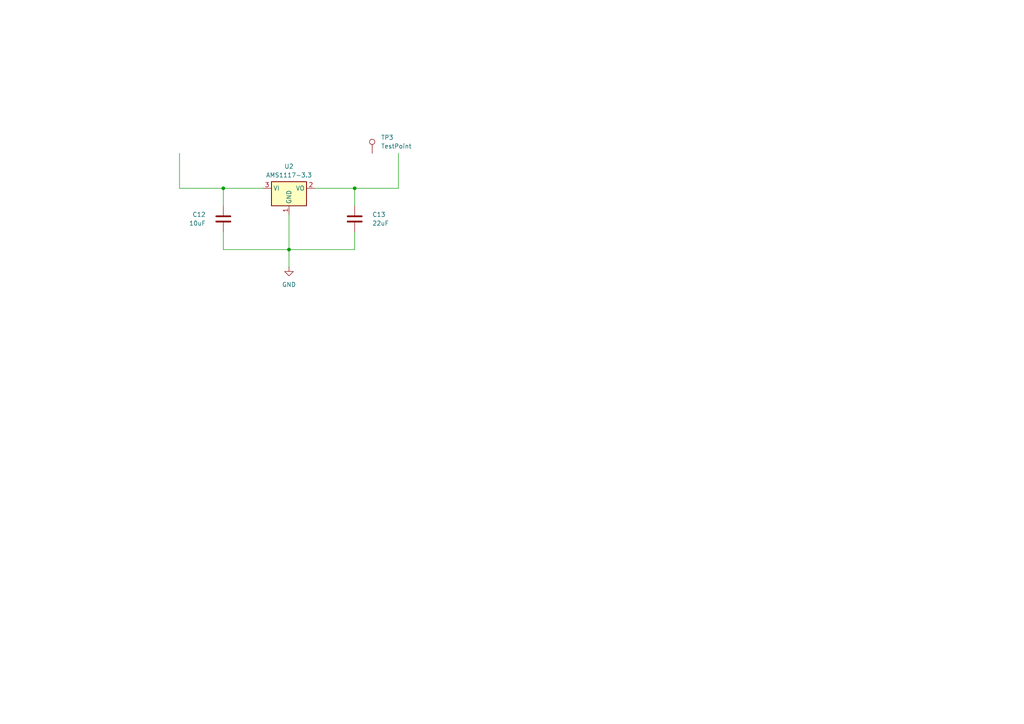
<source format=kicad_sch>
(kicad_sch (version 20250114) (generator "eeschema") (generator_version "9.0")
  (paper "A4")
  (lib_symbols
    (symbol "Connector:TestPoint" (pin_numbers (hide yes)) (pin_names (offset 0.762) (hide yes))
      (property "Reference" "TP" (at 0 6.858 0))
      (property "Value" "TestPoint" (at 0 5.08 0))
      (symbol "TestPoint_0_1"
        (circle (center 0 3.302) (radius 0.762))
      )
      (symbol "TestPoint_1_1"
        (pin passive line (at 0 0 90) (length 2.54) (name "1") (number "1"))
      )
    )
    (symbol "Device:C" (pin_numbers (hide yes)) (pin_names (offset 0.254))
      (property "Reference" "C" (at 0.635 2.54 0))
      (property "Value" "C" (at 0.635 -2.54 0))
      (symbol "C_0_1"
        (polyline (pts (xy -2.032 0.762) (xy 2.032 0.762)) (stroke (width 0.508)))
        (polyline (pts (xy -2.032 -0.762) (xy 2.032 -0.762)) (stroke (width 0.508)))
      )
      (symbol "C_1_1"
        (pin passive line (at 0 3.81 270) (length 2.794) (name "~") (number "1"))
        (pin passive line (at 0 -3.81 90) (length 2.794) (name "~") (number "2"))
      )
    )
    (symbol "Regulator_Linear:AMS1117-3.3"
      (property "Reference" "U" (at -3.81 3.175 0))
      (property "Value" "AMS1117-3.3" (at 0 3.175 0))
      (symbol "AMS1117-3.3_0_1"
        (rectangle (start -5.08 -5.08) (end 5.08 1.905) (stroke (width 0.254)) (fill (type background)))
      )
      (symbol "AMS1117-3.3_1_1"
        (pin power_in line (at -7.62 0 0) (length 2.54) (name "VI") (number "3"))
        (pin power_in line (at 0 -7.62 90) (length 2.54) (name "GND") (number "1"))
        (pin power_out line (at 7.62 0 180) (length 2.54) (name "VO") (number "2"))
      )
    )
    (symbol "power:GND" (power) (pin_numbers (hide yes)) (pin_names (offset 0) (hide yes))
      (property "Value" "GND" (at 0 -3.81 0))
      (symbol "GND_0_1"
        (polyline (pts (xy 0 0) (xy 0 -1.27) (xy 1.27 -1.27) (xy 0 -2.54) (xy -1.27 -1.27) (xy 0 -1.27)))
      )
      (symbol "GND_1_1"
        (pin power_in line (at 0 0 270) (length 0) (name "~") (number "1"))
      )
    )
  )
  (junction (at 83.82 72.39))
  (junction (at 102.87 54.61))
  (junction (at 64.77 54.61))
  (wire (pts (xy 83.82 72.39) (xy 83.82 77.47)))
  (wire (pts (xy 102.87 54.61) (xy 102.87 59.69)))
  (wire (pts (xy 115.57 44.45) (xy 115.57 54.61)))
  (wire (pts (xy 76.2 54.61) (xy 64.77 54.61)))
  (wire (pts (xy 91.44 54.61) (xy 102.87 54.61)))
  (wire (pts (xy 64.77 54.61) (xy 52.07 54.61)))
  (wire (pts (xy 52.07 44.45) (xy 52.07 54.61)))
  (wire (pts (xy 83.82 62.23) (xy 83.82 72.39)))
  (wire (pts (xy 64.77 67.31) (xy 64.77 72.39)))
  (wire (pts (xy 102.87 67.31) (xy 102.87 72.39)))
  (wire (pts (xy 64.77 54.61) (xy 64.77 59.69)))
  (wire (pts (xy 102.87 72.39) (xy 83.82 72.39)))
  (wire (pts (xy 64.77 72.39) (xy 83.82 72.39)))
  (wire (pts (xy 102.87 54.61) (xy 115.57 54.61)))
  (symbol (lib_id "Device:C") (at 64.77 63.5 0) (mirror y) (unit 1)
    (property "Reference" "C12" (at 59.69 62.2299 0) (effects (justify left)))
    (property "Value" "10uF" (at 59.69 64.7699 0) (effects (justify left)))
    (property "Description" "Unpolarized capacitor" (effects (hide yes)))
  )
  (symbol (lib_id "power:GND") (at 83.82 77.47 0) (unit 1)
    (property "Reference" "#PWR011" (effects (hide yes)))
    (property "Value" "GND" (at 83.82 82.55 0))
    (property "Description" "Power symbol creates a global label with name \"GND\" , ground" (effects (hide yes)))
  )
  (symbol (lib_id "Connector:TestPoint") (at 107.95 44.45 0) (unit 1)
    (property "Reference" "TP3" (at 110.49 39.8779 0) (effects (justify left)))
    (property "Value" "TestPoint" (at 110.49 42.4179 0) (effects (justify left)))
    (property "Description" "test point" (effects (hide yes)))
  )
  (symbol (lib_id "Regulator_Linear:AMS1117-3.3") (at 83.82 54.61 0) (unit 1)
    (property "Reference" "U2" (at 83.82 48.26 0))
    (property "Value" "AMS1117-3.3" (at 83.82 50.8 0))
    (property "Footprint" "Package_TO_SOT_SMD:SOT-223-3_TabPin2" (effects (hide yes)))
    (property "Datasheet" "http://www.advanced-monolithic.com/pdf/ds1117.pdf" (effects (hide yes)))
    (property "Description" "1A Low Dropout regulator, positive, 3.3V fixed output, SOT-223" (effects (hide yes)))
  )
  (symbol (lib_id "Device:C") (at 102.87 63.5 0) (unit 1)
    (property "Reference" "C13" (at 107.95 62.2299 0) (effects (justify left)))
    (property "Value" "22uF" (at 107.95 64.7699 0) (effects (justify left)))
    (property "Description" "Unpolarized capacitor" (effects (hide yes)))
  )
)
</source>
